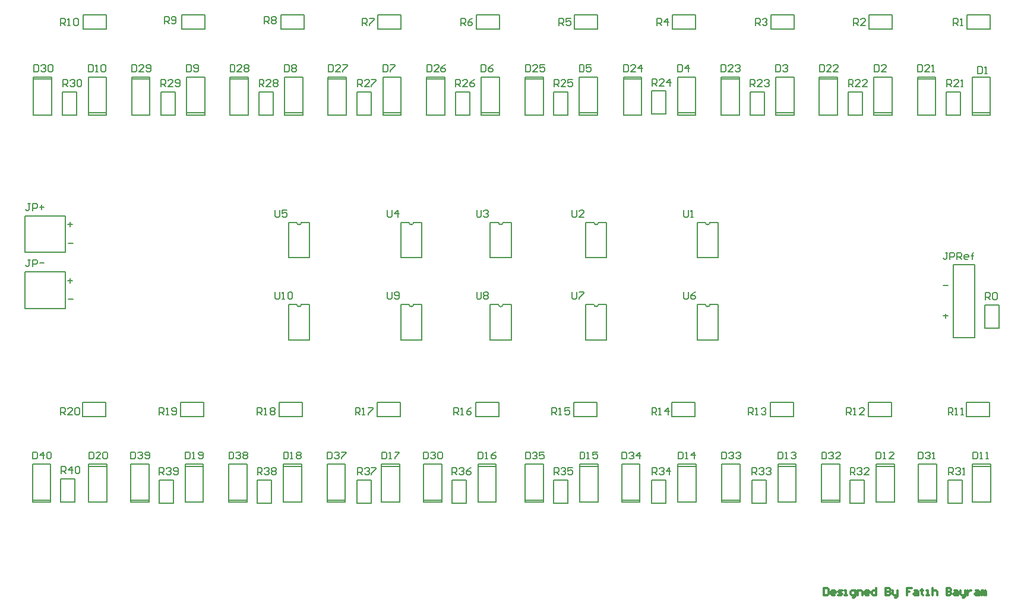
<source format=gto>
G04*
G04 #@! TF.GenerationSoftware,Altium Limited,Altium Designer,20.0.1 (14)*
G04*
G04 Layer_Color=65535*
%FSLAX44Y44*%
%MOMM*%
G71*
G01*
G75*
%ADD10C,0.2000*%
%ADD11C,0.3000*%
%ADD12C,0.1500*%
D10*
X973825Y889050D02*
G03*
X980175Y889050I3175J0D01*
G01*
X814825D02*
G03*
X821175Y889050I3175J0D01*
G01*
X678825D02*
G03*
X685175Y889050I3175J0D01*
G01*
X551325D02*
G03*
X557675Y889050I3175J0D01*
G01*
X391325D02*
G03*
X397675Y889050I3175J0D01*
G01*
X973825Y772050D02*
G03*
X980175Y772050I3175J0D01*
G01*
X678825D02*
G03*
X685175Y772050I3175J0D01*
G01*
X814825D02*
G03*
X821175Y772050I3175J0D01*
G01*
X551325D02*
G03*
X557675Y772050I3175J0D01*
G01*
X391325D02*
G03*
X397675Y772050I3175J0D01*
G01*
X4000Y846500D02*
Y898500D01*
Y846500D02*
X61000D01*
X4000Y898500D02*
X61000D01*
Y846500D02*
Y898500D01*
Y766300D02*
Y818300D01*
X4000D02*
X61000D01*
X4000Y766300D02*
X61000D01*
X4000D02*
Y818300D01*
X1327260Y724600D02*
Y828600D01*
Y724600D02*
X1357740D01*
X1327260Y828600D02*
X1357740D01*
Y724600D02*
Y828600D01*
X1380000Y1164840D02*
Y1185160D01*
X1346980Y1164840D02*
X1380000D01*
X1346980D02*
Y1185160D01*
X1380000D01*
X1372340Y738490D02*
Y771510D01*
Y738490D02*
X1392660D01*
Y771510D01*
X1372340D02*
X1392660D01*
X1240000Y1164840D02*
Y1185160D01*
X1206980Y1164840D02*
X1240000D01*
X1206980D02*
Y1185160D01*
X1240000D01*
X1066980D02*
X1100000D01*
X1066980Y1164840D02*
Y1185160D01*
Y1164840D02*
X1100000D01*
Y1185160D01*
X960000Y1164840D02*
Y1185160D01*
X926980Y1164840D02*
X960000D01*
X926980D02*
Y1185160D01*
X960000D01*
X1317340Y1042500D02*
Y1075520D01*
Y1042500D02*
X1337660D01*
Y1075520D01*
X1317340D02*
X1337660D01*
X1177340D02*
X1197660D01*
Y1042500D02*
Y1075520D01*
X1177340Y1042500D02*
X1197660D01*
X1177340D02*
Y1075520D01*
X1037340Y1042500D02*
Y1075520D01*
Y1042500D02*
X1057660D01*
Y1075520D01*
X1037340D02*
X1057660D01*
X897340Y1076510D02*
X917660D01*
Y1043490D02*
Y1076510D01*
X897340Y1043490D02*
X917660D01*
X897340D02*
Y1076510D01*
X786980Y1185160D02*
X820000D01*
X786980Y1164840D02*
Y1185160D01*
Y1164840D02*
X820000D01*
Y1185160D01*
X680000Y1164840D02*
Y1185160D01*
X646980Y1164840D02*
X680000D01*
X646980D02*
Y1185160D01*
X680000D01*
X506980D02*
X540000D01*
X506980Y1164840D02*
Y1185160D01*
Y1164840D02*
X540000D01*
Y1185160D01*
X401510Y1164840D02*
Y1185160D01*
X368490Y1164840D02*
X401510D01*
X368490D02*
Y1185160D01*
X401510D01*
X757340Y1042500D02*
Y1075520D01*
Y1042500D02*
X777660D01*
Y1075520D01*
X757340D02*
X777660D01*
X617340D02*
X637660D01*
Y1042500D02*
Y1075520D01*
X617340Y1042500D02*
X637660D01*
X617340D02*
Y1075520D01*
X477340Y1042500D02*
Y1075520D01*
Y1042500D02*
X497660D01*
Y1075520D01*
X477340D02*
X497660D01*
X337340D02*
X357660D01*
Y1042500D02*
Y1075520D01*
X337340Y1042500D02*
X357660D01*
X337340D02*
Y1075520D01*
X226980Y1185160D02*
X260000D01*
X226980Y1164840D02*
Y1185160D01*
Y1164840D02*
X260000D01*
Y1185160D01*
X120000Y1164840D02*
Y1185160D01*
X86980Y1164840D02*
X120000D01*
X86980D02*
Y1185160D01*
X120000D01*
X1345990Y632660D02*
X1379010D01*
X1345990Y612340D02*
Y632660D01*
Y612340D02*
X1379010D01*
Y632660D01*
X1239010Y612340D02*
Y632660D01*
X1205990Y612340D02*
X1239010D01*
X1205990D02*
Y632660D01*
X1239010D01*
X197340Y1042500D02*
Y1075520D01*
Y1042500D02*
X217660D01*
Y1075520D01*
X197340D02*
X217660D01*
X57340D02*
X77660D01*
Y1042500D02*
Y1075520D01*
X57340Y1042500D02*
X77660D01*
X57340D02*
Y1075520D01*
X1340160Y488490D02*
Y521510D01*
X1319840D02*
X1340160D01*
X1319840Y488490D02*
Y521510D01*
Y488490D02*
X1340160D01*
X1179840D02*
X1200160D01*
X1179840D02*
Y521510D01*
X1200160D01*
Y488490D02*
Y521510D01*
X785990Y632660D02*
X819010D01*
X785990Y612340D02*
Y632660D01*
Y612340D02*
X819010D01*
Y632660D01*
X679010Y612340D02*
Y632660D01*
X645990Y612340D02*
X679010D01*
X645990D02*
Y632660D01*
X679010D01*
X1065990D02*
X1099010D01*
X1065990Y612340D02*
Y632660D01*
Y612340D02*
X1099010D01*
Y632660D01*
X959010Y612340D02*
Y632660D01*
X925990Y612340D02*
X959010D01*
X925990D02*
Y632660D01*
X959010D01*
X777660Y488490D02*
Y521510D01*
X757340D02*
X777660D01*
X757340Y488490D02*
Y521510D01*
Y488490D02*
X777660D01*
X612340D02*
X632660D01*
X612340D02*
Y521510D01*
X632660D01*
Y488490D02*
Y521510D01*
X1060160Y488490D02*
Y521510D01*
X1039840D02*
X1060160D01*
X1039840Y488490D02*
Y521510D01*
Y488490D02*
X1060160D01*
X897340D02*
X917660D01*
X897340D02*
Y521510D01*
X917660D01*
Y488490D02*
Y521510D01*
X505990Y632660D02*
X539010D01*
X505990Y612340D02*
Y632660D01*
Y612340D02*
X539010D01*
Y632660D01*
X399010Y612340D02*
Y632660D01*
X365990Y612340D02*
X399010D01*
X365990D02*
Y632660D01*
X399010D01*
X225990D02*
X259010D01*
X225990Y612340D02*
Y632660D01*
Y612340D02*
X259010D01*
Y632660D01*
X119010Y612340D02*
Y632660D01*
X85990Y612340D02*
X119010D01*
X85990D02*
Y632660D01*
X119010D01*
X497660Y488490D02*
Y521510D01*
X477340D02*
X497660D01*
X477340Y488490D02*
Y521510D01*
Y488490D02*
X497660D01*
X334840D02*
X355160D01*
X334840D02*
Y521510D01*
X355160D01*
Y488490D02*
Y521510D01*
X215160Y488490D02*
Y521510D01*
X194840D02*
X215160D01*
X194840Y488490D02*
Y521510D01*
Y488490D02*
X215160D01*
X54840Y489990D02*
X75160D01*
X54840D02*
Y523010D01*
X75160D01*
Y489990D02*
Y523010D01*
X1276001Y1042500D02*
Y1092500D01*
X1302001D02*
Y1096500D01*
X1276001D02*
X1302001D01*
X1276001Y1092500D02*
Y1096500D01*
Y1042500D02*
X1302001D01*
Y1092500D01*
X1276001Y1093500D02*
X1302001D01*
X1136001D02*
X1162001D01*
Y1042500D02*
Y1092500D01*
X1136001Y1042500D02*
X1162001D01*
X1136001Y1092500D02*
Y1096500D01*
X1162001D01*
Y1092500D02*
Y1096500D01*
X1136001Y1042500D02*
Y1092500D01*
X996001Y1042500D02*
Y1092500D01*
X1022001D02*
Y1096500D01*
X996001D02*
X1022001D01*
X996001Y1092500D02*
Y1096500D01*
Y1042500D02*
X1022001D01*
Y1092500D01*
X996001Y1093500D02*
X1022001D01*
X857000D02*
X883000D01*
Y1042500D02*
Y1092500D01*
X857000Y1042500D02*
X883000D01*
X857000Y1092500D02*
Y1096500D01*
X883000D01*
Y1092500D02*
Y1096500D01*
X857000Y1042500D02*
Y1092500D01*
X717000Y1042500D02*
Y1092500D01*
X743000D02*
Y1096500D01*
X717000D02*
X743000D01*
X717000Y1092500D02*
Y1096500D01*
Y1042500D02*
X743000D01*
Y1092500D01*
X717000Y1093500D02*
X743000D01*
X576250D02*
X602250D01*
Y1042500D02*
Y1092500D01*
X576250Y1042500D02*
X602250D01*
X576250Y1092500D02*
Y1096500D01*
X602250D01*
Y1092500D02*
Y1096500D01*
X576250Y1042500D02*
Y1092500D01*
X436001Y1042500D02*
Y1092500D01*
X462001D02*
Y1096500D01*
X436001D02*
X462001D01*
X436001Y1092500D02*
Y1096500D01*
Y1042500D02*
X462001D01*
Y1092500D01*
X436001Y1093500D02*
X462001D01*
X296001D02*
X322001D01*
Y1042500D02*
Y1092500D01*
X296001Y1042500D02*
X322001D01*
X296001Y1092500D02*
Y1096500D01*
X322001D01*
Y1092500D02*
Y1096500D01*
X296001Y1042500D02*
Y1092500D01*
X156001Y1042500D02*
Y1092500D01*
X182001D02*
Y1096500D01*
X156001D02*
X182001D01*
X156001Y1092500D02*
Y1096500D01*
Y1042500D02*
X182001D01*
Y1092500D01*
X156001Y1093500D02*
X182001D01*
X16001D02*
X42001D01*
Y1042500D02*
Y1092500D01*
X16001Y1042500D02*
X42001D01*
X16001Y1092500D02*
Y1096500D01*
X42001D01*
Y1092500D02*
Y1096500D01*
X16001Y1042500D02*
Y1092500D01*
X1303000Y494000D02*
Y544000D01*
X1277000Y490000D02*
Y494000D01*
Y490000D02*
X1303000D01*
Y494000D01*
X1277000Y544000D02*
X1303000D01*
X1277000Y494000D02*
Y544000D01*
Y493000D02*
X1303000D01*
X1139500D02*
X1165500D01*
X1139500Y494000D02*
Y544000D01*
X1165500D01*
Y490000D02*
Y494000D01*
X1139500Y490000D02*
X1165500D01*
X1139500D02*
Y494000D01*
X1165500D02*
Y544000D01*
X743000Y493990D02*
Y543990D01*
X717000Y489990D02*
Y493990D01*
Y489990D02*
X743000D01*
Y493990D01*
X717000Y543990D02*
X743000D01*
X717000Y493990D02*
Y543990D01*
Y492990D02*
X743000D01*
X572000D02*
X598000D01*
X572000Y493990D02*
Y543990D01*
X598000D01*
Y489990D02*
Y493990D01*
X572000Y489990D02*
X598000D01*
X572000D02*
Y493990D01*
X598000D02*
Y543990D01*
X1023000Y494000D02*
Y544000D01*
X997000Y490000D02*
Y494000D01*
Y490000D02*
X1023000D01*
Y494000D01*
X997000Y544000D02*
X1023000D01*
X997000Y494000D02*
Y544000D01*
Y493000D02*
X1023000D01*
X854500Y492990D02*
X880500D01*
X854500Y493990D02*
Y543990D01*
X880500D01*
Y489990D02*
Y493990D01*
X854500Y489990D02*
X880500D01*
X854500D02*
Y493990D01*
X880500D02*
Y543990D01*
X460500Y493990D02*
Y543990D01*
X434500Y489990D02*
Y493990D01*
Y489990D02*
X460500D01*
Y493990D01*
X434500Y543990D02*
X460500D01*
X434500Y493990D02*
Y543990D01*
Y492990D02*
X460500D01*
X294500D02*
X320500D01*
X294500Y493990D02*
Y543990D01*
X320500D01*
Y489990D02*
Y493990D01*
X294500Y489990D02*
X320500D01*
X294500D02*
Y493990D01*
X320500D02*
Y543990D01*
X180500Y493990D02*
Y543990D01*
X154500Y489990D02*
Y493990D01*
Y489990D02*
X180500D01*
Y493990D01*
X154500Y543990D02*
X180500D01*
X154500Y493990D02*
Y543990D01*
Y492990D02*
X180500D01*
X14500Y493000D02*
X40500D01*
X14500Y494000D02*
Y544000D01*
X40500D01*
Y490000D02*
Y494000D01*
X14500Y490000D02*
X40500D01*
X14500D02*
Y494000D01*
X40500D02*
Y544000D01*
X1379998Y1046500D02*
Y1096500D01*
X1353999Y1042500D02*
Y1046500D01*
Y1042500D02*
X1379998D01*
Y1046500D01*
X1353999Y1096500D02*
X1379998D01*
X1353999Y1046500D02*
Y1096500D01*
Y1045500D02*
X1379998D01*
X1213998D02*
X1239998D01*
X1213998Y1046500D02*
Y1096500D01*
X1239998D01*
Y1042500D02*
Y1046500D01*
X1213998Y1042500D02*
X1239998D01*
X1213998D02*
Y1046500D01*
X1239998D02*
Y1096500D01*
X1099998Y1046500D02*
Y1096500D01*
X1073998Y1042500D02*
Y1046500D01*
Y1042500D02*
X1099998D01*
Y1046500D01*
X1073998Y1096500D02*
X1099998D01*
X1073998Y1046500D02*
Y1096500D01*
Y1045500D02*
X1099998D01*
X933998D02*
X959998D01*
X933998Y1046500D02*
Y1096500D01*
X959998D01*
Y1042500D02*
Y1046500D01*
X933998Y1042500D02*
X959998D01*
X933998D02*
Y1046500D01*
X959998D02*
Y1096500D01*
X819998Y1046500D02*
Y1096500D01*
X793998Y1042500D02*
Y1046500D01*
Y1042500D02*
X819998D01*
Y1046500D01*
X793998Y1096500D02*
X819998D01*
X793998Y1046500D02*
Y1096500D01*
Y1045500D02*
X819998D01*
X653998D02*
X679998D01*
X653998Y1046500D02*
Y1096500D01*
X679998D01*
Y1042500D02*
Y1046500D01*
X653998Y1042500D02*
X679998D01*
X653998D02*
Y1046500D01*
X679998D02*
Y1096500D01*
X539999Y1046500D02*
Y1096500D01*
X513998Y1042500D02*
Y1046500D01*
Y1042500D02*
X539999D01*
Y1046500D01*
X513998Y1096500D02*
X539999D01*
X513998Y1046500D02*
Y1096500D01*
Y1045500D02*
X539999D01*
X373998D02*
X399999D01*
X373998Y1046500D02*
Y1096500D01*
X399999D01*
Y1042500D02*
Y1046500D01*
X373998Y1042500D02*
X399999D01*
X373998D02*
Y1046500D01*
X399999D02*
Y1096500D01*
X259998Y1046500D02*
Y1096500D01*
X233999Y1042500D02*
Y1046500D01*
Y1042500D02*
X259998D01*
Y1046500D01*
X233999Y1096500D02*
X259998D01*
X233999Y1046500D02*
Y1096500D01*
Y1045500D02*
X259998D01*
X93998D02*
X119999D01*
X93998Y1046500D02*
Y1096500D01*
X119999D01*
Y1042500D02*
Y1046500D01*
X93998Y1042500D02*
X119999D01*
X93998D02*
Y1046500D01*
X119999D02*
Y1096500D01*
X1354500Y490000D02*
Y540000D01*
X1380500D02*
Y544000D01*
X1354500D02*
X1380500D01*
X1354500Y540000D02*
Y544000D01*
Y490000D02*
X1380500D01*
Y540000D01*
X1354500Y541000D02*
X1380500D01*
X1217000D02*
X1243000D01*
Y490000D02*
Y540000D01*
X1217000Y490000D02*
X1243000D01*
X1217000Y540000D02*
Y544000D01*
X1243000D01*
Y540000D02*
Y544000D01*
X1217000Y490000D02*
Y540000D01*
X794500Y489990D02*
Y539990D01*
X820500D02*
Y543990D01*
X794500D02*
X820500D01*
X794500Y539990D02*
Y543990D01*
Y489990D02*
X820500D01*
Y539990D01*
X794500Y540990D02*
X820500D01*
X649500D02*
X675500D01*
Y489990D02*
Y539990D01*
X649500Y489990D02*
X675500D01*
X649500Y539990D02*
Y543990D01*
X675500D01*
Y539990D02*
Y543990D01*
X649500Y489990D02*
Y539990D01*
X1077000Y490000D02*
Y540000D01*
X1103000D02*
Y544000D01*
X1077000D02*
X1103000D01*
X1077000Y540000D02*
Y544000D01*
Y490000D02*
X1103000D01*
Y540000D01*
X1077000Y541000D02*
X1103000D01*
X934500D02*
X960500D01*
Y490000D02*
Y540000D01*
X934500Y490000D02*
X960500D01*
X934500Y540000D02*
Y544000D01*
X960500D01*
Y540000D02*
Y544000D01*
X934500Y490000D02*
Y540000D01*
X512000Y489990D02*
Y539990D01*
X538000D02*
Y543990D01*
X512000D02*
X538000D01*
X512000Y539990D02*
Y543990D01*
Y489990D02*
X538000D01*
Y539990D01*
X512000Y540990D02*
X538000D01*
X372000D02*
X398000D01*
Y489990D02*
Y539990D01*
X372000Y489990D02*
X398000D01*
X372000Y539990D02*
Y543990D01*
X398000D01*
Y539990D02*
Y543990D01*
X372000Y489990D02*
Y539990D01*
X232000Y489990D02*
Y539990D01*
X258000D02*
Y543990D01*
X232000D02*
X258000D01*
X232000Y539990D02*
Y543990D01*
Y489990D02*
X258000D01*
Y539990D01*
X232000Y540990D02*
X258000D01*
X94500D02*
X120500D01*
Y489990D02*
Y539990D01*
X94500Y489990D02*
X120500D01*
X94500Y539990D02*
Y543990D01*
X120500D01*
Y539990D02*
Y543990D01*
X94500Y489990D02*
Y539990D01*
X962000Y838650D02*
Y889050D01*
Y838650D02*
X992000D01*
Y889050D01*
X980175D02*
X992000D01*
X962000D02*
X973825D01*
X803000D02*
X814825D01*
X821175D02*
X833000D01*
Y838650D02*
Y889050D01*
X803000Y838650D02*
X833000D01*
X803000D02*
Y889050D01*
X667000Y838650D02*
Y889050D01*
Y838650D02*
X697000D01*
Y889050D01*
X685175D02*
X697000D01*
X667000D02*
X678825D01*
X539500D02*
X551325D01*
X557675D02*
X569500D01*
Y838650D02*
Y889050D01*
X539500Y838650D02*
X569500D01*
X539500D02*
Y889050D01*
X379500Y838650D02*
Y889050D01*
Y838650D02*
X409500D01*
Y889050D01*
X397675D02*
X409500D01*
X379500D02*
X391325D01*
X962000Y772050D02*
X973825D01*
X980175D02*
X992000D01*
Y721650D02*
Y772050D01*
X962000Y721650D02*
X992000D01*
X962000D02*
Y772050D01*
X667000Y721650D02*
Y772050D01*
Y721650D02*
X697000D01*
Y772050D01*
X685175D02*
X697000D01*
X667000D02*
X678825D01*
X803000D02*
X814825D01*
X821175D02*
X833000D01*
Y721650D02*
Y772050D01*
X803000Y721650D02*
X833000D01*
X803000D02*
Y772050D01*
X539500Y721650D02*
Y772050D01*
Y721650D02*
X569500D01*
Y772050D01*
X557675D02*
X569500D01*
X539500D02*
X551325D01*
X379500D02*
X391325D01*
X397675D02*
X409500D01*
Y721650D02*
Y772050D01*
X379500Y721650D02*
X409500D01*
X379500D02*
Y772050D01*
X65000Y886498D02*
X71665D01*
X68332Y889831D02*
Y883166D01*
X66000Y859498D02*
X72664D01*
X66000Y779298D02*
X72664D01*
X65000Y806298D02*
X71665D01*
X68332Y809631D02*
Y802966D01*
X1319500Y799602D02*
X1312836D01*
X1319500Y755602D02*
X1312836D01*
X1316168Y752269D02*
Y758934D01*
D11*
X1142500Y367497D02*
Y357500D01*
X1147498D01*
X1149165Y359166D01*
Y365831D01*
X1147498Y367497D01*
X1142500D01*
X1157495Y357500D02*
X1154163D01*
X1152497Y359166D01*
Y362498D01*
X1154163Y364165D01*
X1157495D01*
X1159161Y362498D01*
Y360832D01*
X1152497D01*
X1162494Y357500D02*
X1167492D01*
X1169158Y359166D01*
X1167492Y360832D01*
X1164160D01*
X1162494Y362498D01*
X1164160Y364165D01*
X1169158D01*
X1172490Y357500D02*
X1175823D01*
X1174156D01*
Y364165D01*
X1172490D01*
X1184153Y354168D02*
X1185819D01*
X1187486Y355834D01*
Y364165D01*
X1182487D01*
X1180821Y362498D01*
Y359166D01*
X1182487Y357500D01*
X1187486D01*
X1190818D02*
Y364165D01*
X1195816D01*
X1197482Y362498D01*
Y357500D01*
X1205813D02*
X1202481D01*
X1200815Y359166D01*
Y362498D01*
X1202481Y364165D01*
X1205813D01*
X1207479Y362498D01*
Y360832D01*
X1200815D01*
X1217476Y367497D02*
Y357500D01*
X1212477D01*
X1210811Y359166D01*
Y362498D01*
X1212477Y364165D01*
X1217476D01*
X1230805Y367497D02*
Y357500D01*
X1235803D01*
X1237469Y359166D01*
Y360832D01*
X1235803Y362498D01*
X1230805D01*
X1235803D01*
X1237469Y364165D01*
Y365831D01*
X1235803Y367497D01*
X1230805D01*
X1240802Y364165D02*
Y359166D01*
X1242468Y357500D01*
X1247466D01*
Y355834D01*
X1245800Y354168D01*
X1244134D01*
X1247466Y357500D02*
Y364165D01*
X1267460Y367497D02*
X1260795D01*
Y362498D01*
X1264128D01*
X1260795D01*
Y357500D01*
X1272458Y364165D02*
X1275790D01*
X1277457Y362498D01*
Y357500D01*
X1272458D01*
X1270792Y359166D01*
X1272458Y360832D01*
X1277457D01*
X1282455Y365831D02*
Y364165D01*
X1280789D01*
X1284121D01*
X1282455D01*
Y359166D01*
X1284121Y357500D01*
X1289119D02*
X1292452D01*
X1290786D01*
Y364165D01*
X1289119D01*
X1297450Y367497D02*
Y357500D01*
Y362498D01*
X1299116Y364165D01*
X1302448D01*
X1304115Y362498D01*
Y357500D01*
X1317444Y367497D02*
Y357500D01*
X1322442D01*
X1324108Y359166D01*
Y360832D01*
X1322442Y362498D01*
X1317444D01*
X1322442D01*
X1324108Y364165D01*
Y365831D01*
X1322442Y367497D01*
X1317444D01*
X1329106Y364165D02*
X1332439D01*
X1334105Y362498D01*
Y357500D01*
X1329106D01*
X1327440Y359166D01*
X1329106Y360832D01*
X1334105D01*
X1337437Y364165D02*
Y359166D01*
X1339103Y357500D01*
X1344102D01*
Y355834D01*
X1342436Y354168D01*
X1340769D01*
X1344102Y357500D02*
Y364165D01*
X1347434D02*
Y357500D01*
Y360832D01*
X1349100Y362498D01*
X1350766Y364165D01*
X1352432D01*
X1359097D02*
X1362429D01*
X1364095Y362498D01*
Y357500D01*
X1359097D01*
X1357431Y359166D01*
X1359097Y360832D01*
X1364095D01*
X1367428Y357500D02*
Y364165D01*
X1369094D01*
X1370760Y362498D01*
Y357500D01*
Y362498D01*
X1372426Y364165D01*
X1374092Y362498D01*
Y357500D01*
D12*
X360168Y789519D02*
Y781188D01*
X361834Y779522D01*
X365166D01*
X366833Y781188D01*
Y789519D01*
X370165Y779522D02*
X373497D01*
X371831D01*
Y789519D01*
X370165Y787853D01*
X378495D02*
X380162Y789519D01*
X383494D01*
X385160Y787853D01*
Y781188D01*
X383494Y779522D01*
X380162D01*
X378495Y781188D01*
Y787853D01*
X520188Y789519D02*
Y781188D01*
X521854Y779522D01*
X525186D01*
X526852Y781188D01*
Y789519D01*
X530185Y781188D02*
X531851Y779522D01*
X535183D01*
X536849Y781188D01*
Y787853D01*
X535183Y789519D01*
X531851D01*
X530185Y787853D01*
Y786187D01*
X531851Y784520D01*
X536849D01*
X783840Y789519D02*
Y781188D01*
X785506Y779522D01*
X788838D01*
X790505Y781188D01*
Y789519D01*
X793837D02*
X800501D01*
Y787853D01*
X793837Y781188D01*
Y779522D01*
X647696Y789519D02*
Y781188D01*
X649362Y779522D01*
X652694D01*
X654361Y781188D01*
Y789519D01*
X657693Y787853D02*
X659359Y789519D01*
X662691D01*
X664357Y787853D01*
Y786187D01*
X662691Y784520D01*
X664357Y782854D01*
Y781188D01*
X662691Y779522D01*
X659359D01*
X657693Y781188D01*
Y782854D01*
X659359Y784520D01*
X657693Y786187D01*
Y787853D01*
X659359Y784520D02*
X662691D01*
X942844Y789519D02*
Y781188D01*
X944510Y779522D01*
X947842D01*
X949509Y781188D01*
Y789519D01*
X959505D02*
X956173Y787853D01*
X952841Y784520D01*
Y781188D01*
X954507Y779522D01*
X957839D01*
X959505Y781188D01*
Y782854D01*
X957839Y784520D01*
X952841D01*
X360168Y906613D02*
Y898282D01*
X361834Y896616D01*
X365166D01*
X366833Y898282D01*
Y906613D01*
X376829D02*
X370165D01*
Y901614D01*
X373497Y903280D01*
X375163D01*
X376829Y901614D01*
Y898282D01*
X375163Y896616D01*
X371831D01*
X370165Y898282D01*
X520188Y906613D02*
Y898282D01*
X521854Y896616D01*
X525186D01*
X526852Y898282D01*
Y906613D01*
X535183Y896616D02*
Y906613D01*
X530185Y901614D01*
X536849D01*
X647696Y906613D02*
Y898282D01*
X649362Y896616D01*
X652694D01*
X654361Y898282D01*
Y906613D01*
X657693Y904947D02*
X659359Y906613D01*
X662691D01*
X664357Y904947D01*
Y903280D01*
X662691Y901614D01*
X661025D01*
X662691D01*
X664357Y899948D01*
Y898282D01*
X662691Y896616D01*
X659359D01*
X657693Y898282D01*
X783840Y906613D02*
Y898282D01*
X785506Y896616D01*
X788838D01*
X790505Y898282D01*
Y906613D01*
X800501Y896616D02*
X793837D01*
X800501Y903280D01*
Y904947D01*
X798835Y906613D01*
X795503D01*
X793837Y904947D01*
X942844Y906613D02*
Y898282D01*
X944510Y896616D01*
X947842D01*
X949509Y898282D01*
Y906613D01*
X952841Y896616D02*
X956173D01*
X954507D01*
Y906613D01*
X952841Y904947D01*
X55368Y530602D02*
Y540599D01*
X60366D01*
X62032Y538933D01*
Y535600D01*
X60366Y533934D01*
X55368D01*
X58700D02*
X62032Y530602D01*
X70363D02*
Y540599D01*
X65365Y535600D01*
X72029D01*
X75362Y538933D02*
X77028Y540599D01*
X80360D01*
X82026Y538933D01*
Y532268D01*
X80360Y530602D01*
X77028D01*
X75362Y532268D01*
Y538933D01*
X195322Y529078D02*
Y539075D01*
X200320D01*
X201987Y537409D01*
Y534076D01*
X200320Y532410D01*
X195322D01*
X198654D02*
X201987Y529078D01*
X205319Y537409D02*
X206985Y539075D01*
X210317D01*
X211983Y537409D01*
Y535742D01*
X210317Y534076D01*
X208651D01*
X210317D01*
X211983Y532410D01*
Y530744D01*
X210317Y529078D01*
X206985D01*
X205319Y530744D01*
X215316D02*
X216982Y529078D01*
X220314D01*
X221980Y530744D01*
Y537409D01*
X220314Y539075D01*
X216982D01*
X215316Y537409D01*
Y535742D01*
X216982Y534076D01*
X221980D01*
X335276Y529078D02*
Y539075D01*
X340274D01*
X341940Y537409D01*
Y534076D01*
X340274Y532410D01*
X335276D01*
X338608D02*
X341940Y529078D01*
X345273Y537409D02*
X346939Y539075D01*
X350271D01*
X351937Y537409D01*
Y535742D01*
X350271Y534076D01*
X348605D01*
X350271D01*
X351937Y532410D01*
Y530744D01*
X350271Y529078D01*
X346939D01*
X345273Y530744D01*
X355270Y537409D02*
X356936Y539075D01*
X360268D01*
X361934Y537409D01*
Y535742D01*
X360268Y534076D01*
X361934Y532410D01*
Y530744D01*
X360268Y529078D01*
X356936D01*
X355270Y530744D01*
Y532410D01*
X356936Y534076D01*
X355270Y535742D01*
Y537409D01*
X356936Y534076D02*
X360268D01*
X477770Y529078D02*
Y539075D01*
X482768D01*
X484435Y537409D01*
Y534076D01*
X482768Y532410D01*
X477770D01*
X481102D02*
X484435Y529078D01*
X487767Y537409D02*
X489433Y539075D01*
X492765D01*
X494431Y537409D01*
Y535742D01*
X492765Y534076D01*
X491099D01*
X492765D01*
X494431Y532410D01*
Y530744D01*
X492765Y529078D01*
X489433D01*
X487767Y530744D01*
X497764Y539075D02*
X504428D01*
Y537409D01*
X497764Y530744D01*
Y529078D01*
X55000Y615000D02*
Y624997D01*
X59998D01*
X61665Y623331D01*
Y619998D01*
X59998Y618332D01*
X55000D01*
X58332D02*
X61665Y615000D01*
X71661D02*
X64997D01*
X71661Y621665D01*
Y623331D01*
X69995Y624997D01*
X66663D01*
X64997Y623331D01*
X74994D02*
X76660Y624997D01*
X79992D01*
X81658Y623331D01*
Y616666D01*
X79992Y615000D01*
X76660D01*
X74994Y616666D01*
Y623331D01*
X195000Y615000D02*
Y624997D01*
X199998D01*
X201665Y623331D01*
Y619998D01*
X199998Y618332D01*
X195000D01*
X198332D02*
X201665Y615000D01*
X204997D02*
X208329D01*
X206663D01*
Y624997D01*
X204997Y623331D01*
X213327Y616666D02*
X214994Y615000D01*
X218326D01*
X219992Y616666D01*
Y623331D01*
X218326Y624997D01*
X214994D01*
X213327Y623331D01*
Y621665D01*
X214994Y619998D01*
X219992D01*
X335000Y615000D02*
Y624997D01*
X339998D01*
X341665Y623331D01*
Y619998D01*
X339998Y618332D01*
X335000D01*
X338332D02*
X341665Y615000D01*
X344997D02*
X348329D01*
X346663D01*
Y624997D01*
X344997Y623331D01*
X353327D02*
X354994Y624997D01*
X358326D01*
X359992Y623331D01*
Y621665D01*
X358326Y619998D01*
X359992Y618332D01*
Y616666D01*
X358326Y615000D01*
X354994D01*
X353327Y616666D01*
Y618332D01*
X354994Y619998D01*
X353327Y621665D01*
Y623331D01*
X354994Y619998D02*
X358326D01*
X475000Y615000D02*
Y624997D01*
X479998D01*
X481665Y623331D01*
Y619998D01*
X479998Y618332D01*
X475000D01*
X478332D02*
X481665Y615000D01*
X484997D02*
X488329D01*
X486663D01*
Y624997D01*
X484997Y623331D01*
X493327Y624997D02*
X499992D01*
Y623331D01*
X493327Y616666D01*
Y615000D01*
X897846Y529038D02*
Y539035D01*
X902844D01*
X904510Y537369D01*
Y534036D01*
X902844Y532370D01*
X897846D01*
X901178D02*
X904510Y529038D01*
X907843Y537369D02*
X909509Y539035D01*
X912841D01*
X914507Y537369D01*
Y535703D01*
X912841Y534036D01*
X911175D01*
X912841D01*
X914507Y532370D01*
Y530704D01*
X912841Y529038D01*
X909509D01*
X907843Y530704D01*
X922838Y529038D02*
Y539035D01*
X917840Y534036D01*
X924504D01*
X1040380Y529078D02*
Y539075D01*
X1045378D01*
X1047045Y537409D01*
Y534076D01*
X1045378Y532410D01*
X1040380D01*
X1043712D02*
X1047045Y529078D01*
X1050377Y537409D02*
X1052043Y539075D01*
X1055375D01*
X1057041Y537409D01*
Y535742D01*
X1055375Y534076D01*
X1053709D01*
X1055375D01*
X1057041Y532410D01*
Y530744D01*
X1055375Y529078D01*
X1052043D01*
X1050377Y530744D01*
X1060374Y537409D02*
X1062040Y539075D01*
X1065372D01*
X1067038Y537409D01*
Y535742D01*
X1065372Y534076D01*
X1063706D01*
X1065372D01*
X1067038Y532410D01*
Y530744D01*
X1065372Y529078D01*
X1062040D01*
X1060374Y530744D01*
X612898Y529078D02*
Y539075D01*
X617896D01*
X619562Y537409D01*
Y534076D01*
X617896Y532410D01*
X612898D01*
X616230D02*
X619562Y529078D01*
X622895Y537409D02*
X624561Y539075D01*
X627893D01*
X629559Y537409D01*
Y535742D01*
X627893Y534076D01*
X626227D01*
X627893D01*
X629559Y532410D01*
Y530744D01*
X627893Y529078D01*
X624561D01*
X622895Y530744D01*
X639556Y539075D02*
X636224Y537409D01*
X632892Y534076D01*
Y530744D01*
X634558Y529078D01*
X637890D01*
X639556Y530744D01*
Y532410D01*
X637890Y534076D01*
X632892D01*
X757932Y529038D02*
Y539035D01*
X762930D01*
X764596Y537369D01*
Y534036D01*
X762930Y532370D01*
X757932D01*
X761264D02*
X764596Y529038D01*
X767929Y537369D02*
X769595Y539035D01*
X772927D01*
X774593Y537369D01*
Y535703D01*
X772927Y534036D01*
X771261D01*
X772927D01*
X774593Y532370D01*
Y530704D01*
X772927Y529038D01*
X769595D01*
X767929Y530704D01*
X784590Y539035D02*
X777926D01*
Y534036D01*
X781258Y535703D01*
X782924D01*
X784590Y534036D01*
Y530704D01*
X782924Y529038D01*
X779592D01*
X777926Y530704D01*
X897500Y615000D02*
Y624997D01*
X902498D01*
X904165Y623331D01*
Y619998D01*
X902498Y618332D01*
X897500D01*
X900832D02*
X904165Y615000D01*
X907497D02*
X910829D01*
X909163D01*
Y624997D01*
X907497Y623331D01*
X920826Y615000D02*
Y624997D01*
X915827Y619998D01*
X922492D01*
X1035000Y615000D02*
Y624997D01*
X1039998D01*
X1041665Y623331D01*
Y619998D01*
X1039998Y618332D01*
X1035000D01*
X1038332D02*
X1041665Y615000D01*
X1044997D02*
X1048329D01*
X1046663D01*
Y624997D01*
X1044997Y623331D01*
X1053327D02*
X1054994Y624997D01*
X1058326D01*
X1059992Y623331D01*
Y621665D01*
X1058326Y619998D01*
X1056660D01*
X1058326D01*
X1059992Y618332D01*
Y616666D01*
X1058326Y615000D01*
X1054994D01*
X1053327Y616666D01*
X615000Y615000D02*
Y624997D01*
X619998D01*
X621665Y623331D01*
Y619998D01*
X619998Y618332D01*
X615000D01*
X618332D02*
X621665Y615000D01*
X624997D02*
X628329D01*
X626663D01*
Y624997D01*
X624997Y623331D01*
X639992Y624997D02*
X636660Y623331D01*
X633327Y619998D01*
Y616666D01*
X634994Y615000D01*
X638326D01*
X639992Y616666D01*
Y618332D01*
X638326Y619998D01*
X633327D01*
X755000Y615000D02*
Y624997D01*
X759998D01*
X761665Y623331D01*
Y619998D01*
X759998Y618332D01*
X755000D01*
X758332D02*
X761665Y615000D01*
X764997D02*
X768329D01*
X766663D01*
Y624997D01*
X764997Y623331D01*
X779992Y624997D02*
X773327D01*
Y619998D01*
X776660Y621665D01*
X778326D01*
X779992Y619998D01*
Y616666D01*
X778326Y615000D01*
X774994D01*
X773327Y616666D01*
X1180334Y529028D02*
Y539025D01*
X1185332D01*
X1186999Y537359D01*
Y534026D01*
X1185332Y532360D01*
X1180334D01*
X1183666D02*
X1186999Y529028D01*
X1190331Y537359D02*
X1191997Y539025D01*
X1195329D01*
X1196995Y537359D01*
Y535692D01*
X1195329Y534026D01*
X1193663D01*
X1195329D01*
X1196995Y532360D01*
Y530694D01*
X1195329Y529028D01*
X1191997D01*
X1190331Y530694D01*
X1206992Y529028D02*
X1200328D01*
X1206992Y535692D01*
Y537359D01*
X1205326Y539025D01*
X1201994D01*
X1200328Y537359D01*
X1320288Y529078D02*
Y539075D01*
X1325286D01*
X1326953Y537409D01*
Y534076D01*
X1325286Y532410D01*
X1320288D01*
X1323620D02*
X1326953Y529078D01*
X1330285Y537409D02*
X1331951Y539075D01*
X1335283D01*
X1336949Y537409D01*
Y535742D01*
X1335283Y534076D01*
X1333617D01*
X1335283D01*
X1336949Y532410D01*
Y530744D01*
X1335283Y529078D01*
X1331951D01*
X1330285Y530744D01*
X1340282Y529078D02*
X1343614D01*
X1341948D01*
Y539075D01*
X1340282Y537409D01*
X57908Y1083052D02*
Y1093049D01*
X62906D01*
X64573Y1091383D01*
Y1088050D01*
X62906Y1086384D01*
X57908D01*
X61240D02*
X64573Y1083052D01*
X67905Y1091383D02*
X69571Y1093049D01*
X72903D01*
X74569Y1091383D01*
Y1089716D01*
X72903Y1088050D01*
X71237D01*
X72903D01*
X74569Y1086384D01*
Y1084718D01*
X72903Y1083052D01*
X69571D01*
X67905Y1084718D01*
X77902Y1091383D02*
X79568Y1093049D01*
X82900D01*
X84566Y1091383D01*
Y1084718D01*
X82900Y1083052D01*
X79568D01*
X77902Y1084718D01*
Y1091383D01*
X197862Y1083052D02*
Y1093049D01*
X202860D01*
X204527Y1091383D01*
Y1088050D01*
X202860Y1086384D01*
X197862D01*
X201194D02*
X204527Y1083052D01*
X214523D02*
X207859D01*
X214523Y1089716D01*
Y1091383D01*
X212857Y1093049D01*
X209525D01*
X207859Y1091383D01*
X217856Y1084718D02*
X219522Y1083052D01*
X222854D01*
X224520Y1084718D01*
Y1091383D01*
X222854Y1093049D01*
X219522D01*
X217856Y1091383D01*
Y1089716D01*
X219522Y1088050D01*
X224520D01*
X1175000Y615000D02*
Y624997D01*
X1179998D01*
X1181665Y623331D01*
Y619998D01*
X1179998Y618332D01*
X1175000D01*
X1178332D02*
X1181665Y615000D01*
X1184997D02*
X1188329D01*
X1186663D01*
Y624997D01*
X1184997Y623331D01*
X1199992Y615000D02*
X1193327D01*
X1199992Y621665D01*
Y623331D01*
X1198326Y624997D01*
X1194994D01*
X1193327Y623331D01*
X1320000Y615000D02*
Y624997D01*
X1324998D01*
X1326664Y623331D01*
Y619998D01*
X1324998Y618332D01*
X1320000D01*
X1323332D02*
X1326664Y615000D01*
X1329997D02*
X1333329D01*
X1331663D01*
Y624997D01*
X1329997Y623331D01*
X1338327Y615000D02*
X1341660D01*
X1339994D01*
Y624997D01*
X1338327Y623331D01*
X55000Y1170000D02*
Y1179997D01*
X59998D01*
X61665Y1178331D01*
Y1174998D01*
X59998Y1173332D01*
X55000D01*
X58332D02*
X61665Y1170000D01*
X64997D02*
X68329D01*
X66663D01*
Y1179997D01*
X64997Y1178331D01*
X73327D02*
X74994Y1179997D01*
X78326D01*
X79992Y1178331D01*
Y1171666D01*
X78326Y1170000D01*
X74994D01*
X73327Y1171666D01*
Y1178331D01*
X202500Y1172500D02*
Y1182497D01*
X207498D01*
X209165Y1180831D01*
Y1177498D01*
X207498Y1175832D01*
X202500D01*
X205832D02*
X209165Y1172500D01*
X212497Y1174166D02*
X214163Y1172500D01*
X217495D01*
X219161Y1174166D01*
Y1180831D01*
X217495Y1182497D01*
X214163D01*
X212497Y1180831D01*
Y1179165D01*
X214163Y1177498D01*
X219161D01*
X337816Y1083052D02*
Y1093049D01*
X342814D01*
X344481Y1091383D01*
Y1088050D01*
X342814Y1086384D01*
X337816D01*
X341148D02*
X344481Y1083052D01*
X354477D02*
X347813D01*
X354477Y1089716D01*
Y1091383D01*
X352811Y1093049D01*
X349479D01*
X347813Y1091383D01*
X357810D02*
X359476Y1093049D01*
X362808D01*
X364474Y1091383D01*
Y1089716D01*
X362808Y1088050D01*
X364474Y1086384D01*
Y1084718D01*
X362808Y1083052D01*
X359476D01*
X357810Y1084718D01*
Y1086384D01*
X359476Y1088050D01*
X357810Y1089716D01*
Y1091383D01*
X359476Y1088050D02*
X362808D01*
X477770Y1083052D02*
Y1093049D01*
X482768D01*
X484435Y1091383D01*
Y1088050D01*
X482768Y1086384D01*
X477770D01*
X481102D02*
X484435Y1083052D01*
X494431D02*
X487767D01*
X494431Y1089716D01*
Y1091383D01*
X492765Y1093049D01*
X489433D01*
X487767Y1091383D01*
X497764Y1093049D02*
X504428D01*
Y1091383D01*
X497764Y1084718D01*
Y1083052D01*
X617724D02*
Y1093049D01*
X622722D01*
X624389Y1091383D01*
Y1088050D01*
X622722Y1086384D01*
X617724D01*
X621056D02*
X624389Y1083052D01*
X634385D02*
X627721D01*
X634385Y1089716D01*
Y1091383D01*
X632719Y1093049D01*
X629387D01*
X627721Y1091383D01*
X644382Y1093049D02*
X641050Y1091383D01*
X637718Y1088050D01*
Y1084718D01*
X639384Y1083052D01*
X642716D01*
X644382Y1084718D01*
Y1086384D01*
X642716Y1088050D01*
X637718D01*
X757932Y1083052D02*
Y1093049D01*
X762930D01*
X764596Y1091383D01*
Y1088050D01*
X762930Y1086384D01*
X757932D01*
X761264D02*
X764596Y1083052D01*
X774593D02*
X767929D01*
X774593Y1089716D01*
Y1091383D01*
X772927Y1093049D01*
X769595D01*
X767929Y1091383D01*
X784590Y1093049D02*
X777926D01*
Y1088050D01*
X781258Y1089716D01*
X782924D01*
X784590Y1088050D01*
Y1084718D01*
X782924Y1083052D01*
X779592D01*
X777926Y1084718D01*
X345000Y1172500D02*
Y1182497D01*
X349998D01*
X351665Y1180831D01*
Y1177498D01*
X349998Y1175832D01*
X345000D01*
X348332D02*
X351665Y1172500D01*
X354997Y1180831D02*
X356663Y1182497D01*
X359995D01*
X361661Y1180831D01*
Y1179165D01*
X359995Y1177498D01*
X361661Y1175832D01*
Y1174166D01*
X359995Y1172500D01*
X356663D01*
X354997Y1174166D01*
Y1175832D01*
X356663Y1177498D01*
X354997Y1179165D01*
Y1180831D01*
X356663Y1177498D02*
X359995D01*
X485000Y1170000D02*
Y1179997D01*
X489998D01*
X491665Y1178331D01*
Y1174998D01*
X489998Y1173332D01*
X485000D01*
X488332D02*
X491665Y1170000D01*
X494997Y1179997D02*
X501661D01*
Y1178331D01*
X494997Y1171666D01*
Y1170000D01*
X625000D02*
Y1179997D01*
X629998D01*
X631665Y1178331D01*
Y1174998D01*
X629998Y1173332D01*
X625000D01*
X628332D02*
X631665Y1170000D01*
X641661Y1179997D02*
X638329Y1178331D01*
X634997Y1174998D01*
Y1171666D01*
X636663Y1170000D01*
X639995D01*
X641661Y1171666D01*
Y1173332D01*
X639995Y1174998D01*
X634997D01*
X765000Y1170000D02*
Y1179997D01*
X769998D01*
X771665Y1178331D01*
Y1174998D01*
X769998Y1173332D01*
X765000D01*
X768332D02*
X771665Y1170000D01*
X781661Y1179997D02*
X774997D01*
Y1174998D01*
X778329Y1176665D01*
X779995D01*
X781661Y1174998D01*
Y1171666D01*
X779995Y1170000D01*
X776663D01*
X774997Y1171666D01*
X897886Y1084068D02*
Y1094065D01*
X902884D01*
X904550Y1092399D01*
Y1089066D01*
X902884Y1087400D01*
X897886D01*
X901218D02*
X904550Y1084068D01*
X914547D02*
X907883D01*
X914547Y1090732D01*
Y1092399D01*
X912881Y1094065D01*
X909549D01*
X907883Y1092399D01*
X922878Y1084068D02*
Y1094065D01*
X917880Y1089066D01*
X924544D01*
X1037840Y1083052D02*
Y1093049D01*
X1042838D01*
X1044504Y1091383D01*
Y1088050D01*
X1042838Y1086384D01*
X1037840D01*
X1041172D02*
X1044504Y1083052D01*
X1054501D02*
X1047837D01*
X1054501Y1089716D01*
Y1091383D01*
X1052835Y1093049D01*
X1049503D01*
X1047837Y1091383D01*
X1057834D02*
X1059500Y1093049D01*
X1062832D01*
X1064498Y1091383D01*
Y1089716D01*
X1062832Y1088050D01*
X1061166D01*
X1062832D01*
X1064498Y1086384D01*
Y1084718D01*
X1062832Y1083052D01*
X1059500D01*
X1057834Y1084718D01*
X1177794Y1083052D02*
Y1093049D01*
X1182792D01*
X1184458Y1091383D01*
Y1088050D01*
X1182792Y1086384D01*
X1177794D01*
X1181126D02*
X1184458Y1083052D01*
X1194455D02*
X1187791D01*
X1194455Y1089716D01*
Y1091383D01*
X1192789Y1093049D01*
X1189457D01*
X1187791Y1091383D01*
X1204452Y1083052D02*
X1197788D01*
X1204452Y1089716D01*
Y1091383D01*
X1202786Y1093049D01*
X1199454D01*
X1197788Y1091383D01*
X1317748Y1083052D02*
Y1093049D01*
X1322746D01*
X1324413Y1091383D01*
Y1088050D01*
X1322746Y1086384D01*
X1317748D01*
X1321080D02*
X1324413Y1083052D01*
X1334409D02*
X1327745D01*
X1334409Y1089716D01*
Y1091383D01*
X1332743Y1093049D01*
X1329411D01*
X1327745Y1091383D01*
X1337742Y1083052D02*
X1341074D01*
X1339408D01*
Y1093049D01*
X1337742Y1091383D01*
X905000Y1170000D02*
Y1179997D01*
X909998D01*
X911665Y1178331D01*
Y1174998D01*
X909998Y1173332D01*
X905000D01*
X908332D02*
X911665Y1170000D01*
X919995D02*
Y1179997D01*
X914997Y1174998D01*
X921661D01*
X1045000Y1170000D02*
Y1179997D01*
X1049998D01*
X1051665Y1178331D01*
Y1174998D01*
X1049998Y1173332D01*
X1045000D01*
X1048332D02*
X1051665Y1170000D01*
X1054997Y1178331D02*
X1056663Y1179997D01*
X1059995D01*
X1061661Y1178331D01*
Y1176665D01*
X1059995Y1174998D01*
X1058329D01*
X1059995D01*
X1061661Y1173332D01*
Y1171666D01*
X1059995Y1170000D01*
X1056663D01*
X1054997Y1171666D01*
X1185000Y1170000D02*
Y1179997D01*
X1189998D01*
X1191665Y1178331D01*
Y1174998D01*
X1189998Y1173332D01*
X1185000D01*
X1188332D02*
X1191665Y1170000D01*
X1201661D02*
X1194997D01*
X1201661Y1176665D01*
Y1178331D01*
X1199995Y1179997D01*
X1196663D01*
X1194997Y1178331D01*
X1372866Y779014D02*
Y789011D01*
X1377864D01*
X1379530Y787345D01*
Y784012D01*
X1377864Y782346D01*
X1372866D01*
X1376198D02*
X1379530Y779014D01*
X1382863Y787345D02*
X1384529Y789011D01*
X1387861D01*
X1389527Y787345D01*
Y780680D01*
X1387861Y779014D01*
X1384529D01*
X1382863Y780680D01*
Y787345D01*
X1327500Y1170000D02*
Y1179997D01*
X1332498D01*
X1334164Y1178331D01*
Y1174998D01*
X1332498Y1173332D01*
X1327500D01*
X1330832D02*
X1334164Y1170000D01*
X1337497D02*
X1340829D01*
X1339163D01*
Y1179997D01*
X1337497Y1178331D01*
X11233Y836001D02*
X7900D01*
X9566D01*
Y827670D01*
X7900Y826004D01*
X6234D01*
X4568Y827670D01*
X14565Y826004D02*
Y836001D01*
X19563D01*
X21229Y834335D01*
Y831002D01*
X19563Y829336D01*
X14565D01*
X24562Y831002D02*
X31226D01*
X1319079Y846161D02*
X1315746D01*
X1317412D01*
Y837830D01*
X1315746Y836164D01*
X1314080D01*
X1312414Y837830D01*
X1322411Y836164D02*
Y846161D01*
X1327409D01*
X1329075Y844495D01*
Y841162D01*
X1327409Y839496D01*
X1322411D01*
X1332408Y836164D02*
Y846161D01*
X1337406D01*
X1339072Y844495D01*
Y841162D01*
X1337406Y839496D01*
X1332408D01*
X1335740D02*
X1339072Y836164D01*
X1347403D02*
X1344070D01*
X1342404Y837830D01*
Y841162D01*
X1344070Y842829D01*
X1347403D01*
X1349069Y841162D01*
Y839496D01*
X1342404D01*
X1354067Y836164D02*
Y844495D01*
Y841162D01*
X1352401D01*
X1355733D01*
X1354067D01*
Y844495D01*
X1355733Y846161D01*
X11233Y916011D02*
X7900D01*
X9566D01*
Y907680D01*
X7900Y906014D01*
X6234D01*
X4568Y907680D01*
X14565Y906014D02*
Y916011D01*
X19563D01*
X21229Y914345D01*
Y911012D01*
X19563Y909346D01*
X14565D01*
X24562Y911012D02*
X31226D01*
X27894Y914345D02*
Y907680D01*
X14728Y561681D02*
Y551684D01*
X19726D01*
X21393Y553350D01*
Y560015D01*
X19726Y561681D01*
X14728D01*
X29723Y551684D02*
Y561681D01*
X24725Y556682D01*
X31389D01*
X34722Y560015D02*
X36388Y561681D01*
X39720D01*
X41386Y560015D01*
Y553350D01*
X39720Y551684D01*
X36388D01*
X34722Y553350D01*
Y560015D01*
X154682Y561681D02*
Y551684D01*
X159680D01*
X161346Y553350D01*
Y560015D01*
X159680Y561681D01*
X154682D01*
X164679Y560015D02*
X166345Y561681D01*
X169677D01*
X171343Y560015D01*
Y558349D01*
X169677Y556682D01*
X168011D01*
X169677D01*
X171343Y555016D01*
Y553350D01*
X169677Y551684D01*
X166345D01*
X164679Y553350D01*
X174676D02*
X176342Y551684D01*
X179674D01*
X181340Y553350D01*
Y560015D01*
X179674Y561681D01*
X176342D01*
X174676Y560015D01*
Y558349D01*
X176342Y556682D01*
X181340D01*
X294636Y561681D02*
Y551684D01*
X299634D01*
X301301Y553350D01*
Y560015D01*
X299634Y561681D01*
X294636D01*
X304633Y560015D02*
X306299Y561681D01*
X309631D01*
X311297Y560015D01*
Y558349D01*
X309631Y556682D01*
X307965D01*
X309631D01*
X311297Y555016D01*
Y553350D01*
X309631Y551684D01*
X306299D01*
X304633Y553350D01*
X314630Y560015D02*
X316296Y561681D01*
X319628D01*
X321294Y560015D01*
Y558349D01*
X319628Y556682D01*
X321294Y555016D01*
Y553350D01*
X319628Y551684D01*
X316296D01*
X314630Y553350D01*
Y555016D01*
X316296Y556682D01*
X314630Y558349D01*
Y560015D01*
X316296Y556682D02*
X319628D01*
X434844Y561681D02*
Y551684D01*
X439842D01*
X441508Y553350D01*
Y560015D01*
X439842Y561681D01*
X434844D01*
X444841Y560015D02*
X446507Y561681D01*
X449839D01*
X451505Y560015D01*
Y558349D01*
X449839Y556682D01*
X448173D01*
X449839D01*
X451505Y555016D01*
Y553350D01*
X449839Y551684D01*
X446507D01*
X444841Y553350D01*
X454838Y561681D02*
X461502D01*
Y560015D01*
X454838Y553350D01*
Y551684D01*
X94992Y561681D02*
Y551684D01*
X99990D01*
X101657Y553350D01*
Y560015D01*
X99990Y561681D01*
X94992D01*
X111653Y551684D02*
X104989D01*
X111653Y558349D01*
Y560015D01*
X109987Y561681D01*
X106655D01*
X104989Y560015D01*
X114986D02*
X116652Y561681D01*
X119984D01*
X121650Y560015D01*
Y553350D01*
X119984Y551684D01*
X116652D01*
X114986Y553350D01*
Y560015D01*
X232406Y561681D02*
Y551684D01*
X237404D01*
X239070Y553350D01*
Y560015D01*
X237404Y561681D01*
X232406D01*
X242403Y551684D02*
X245735D01*
X244069D01*
Y561681D01*
X242403Y560015D01*
X250733Y553350D02*
X252400Y551684D01*
X255732D01*
X257398Y553350D01*
Y560015D01*
X255732Y561681D01*
X252400D01*
X250733Y560015D01*
Y558349D01*
X252400Y556682D01*
X257398D01*
X372614Y561681D02*
Y551684D01*
X377612D01*
X379278Y553350D01*
Y560015D01*
X377612Y561681D01*
X372614D01*
X382611Y551684D02*
X385943D01*
X384277D01*
Y561681D01*
X382611Y560015D01*
X390941D02*
X392608Y561681D01*
X395940D01*
X397606Y560015D01*
Y558349D01*
X395940Y556682D01*
X397606Y555016D01*
Y553350D01*
X395940Y551684D01*
X392608D01*
X390941Y553350D01*
Y555016D01*
X392608Y556682D01*
X390941Y558349D01*
Y560015D01*
X392608Y556682D02*
X395940D01*
X512568Y561681D02*
Y551684D01*
X517566D01*
X519232Y553350D01*
Y560015D01*
X517566Y561681D01*
X512568D01*
X522565Y551684D02*
X525897D01*
X524231D01*
Y561681D01*
X522565Y560015D01*
X530895Y561681D02*
X537560D01*
Y560015D01*
X530895Y553350D01*
Y551684D01*
X854706Y561553D02*
Y551556D01*
X859704D01*
X861370Y553222D01*
Y559887D01*
X859704Y561553D01*
X854706D01*
X864703Y559887D02*
X866369Y561553D01*
X869701D01*
X871367Y559887D01*
Y558220D01*
X869701Y556554D01*
X868035D01*
X869701D01*
X871367Y554888D01*
Y553222D01*
X869701Y551556D01*
X866369D01*
X864703Y553222D01*
X879698Y551556D02*
Y561553D01*
X874700Y556554D01*
X881364D01*
X997200Y561563D02*
Y551566D01*
X1002198D01*
X1003865Y553232D01*
Y559897D01*
X1002198Y561563D01*
X997200D01*
X1007197Y559897D02*
X1008863Y561563D01*
X1012195D01*
X1013861Y559897D01*
Y558231D01*
X1012195Y556564D01*
X1010529D01*
X1012195D01*
X1013861Y554898D01*
Y553232D01*
X1012195Y551566D01*
X1008863D01*
X1007197Y553232D01*
X1017194Y559897D02*
X1018860Y561563D01*
X1022192D01*
X1023858Y559897D01*
Y558231D01*
X1022192Y556564D01*
X1020526D01*
X1022192D01*
X1023858Y554898D01*
Y553232D01*
X1022192Y551566D01*
X1018860D01*
X1017194Y553232D01*
X572258Y561681D02*
Y551684D01*
X577256D01*
X578923Y553350D01*
Y560015D01*
X577256Y561681D01*
X572258D01*
X582255Y560015D02*
X583921Y561681D01*
X587253D01*
X588919Y560015D01*
Y558349D01*
X587253Y556682D01*
X585587D01*
X587253D01*
X588919Y555016D01*
Y553350D01*
X587253Y551684D01*
X583921D01*
X582255Y553350D01*
X592252Y560015D02*
X593918Y561681D01*
X597250D01*
X598916Y560015D01*
Y553350D01*
X597250Y551684D01*
X593918D01*
X592252Y553350D01*
Y560015D01*
X717292Y561553D02*
Y551556D01*
X722290D01*
X723957Y553222D01*
Y559887D01*
X722290Y561553D01*
X717292D01*
X727289Y559887D02*
X728955Y561553D01*
X732287D01*
X733953Y559887D01*
Y558220D01*
X732287Y556554D01*
X730621D01*
X732287D01*
X733953Y554888D01*
Y553222D01*
X732287Y551556D01*
X728955D01*
X727289Y553222D01*
X743950Y561553D02*
X737286D01*
Y556554D01*
X740618Y558220D01*
X742284D01*
X743950Y556554D01*
Y553222D01*
X742284Y551556D01*
X738952D01*
X737286Y553222D01*
X934970Y561691D02*
Y551694D01*
X939968D01*
X941635Y553360D01*
Y560025D01*
X939968Y561691D01*
X934970D01*
X944967Y551694D02*
X948299D01*
X946633D01*
Y561691D01*
X944967Y560025D01*
X958296Y551694D02*
Y561691D01*
X953297Y556692D01*
X959962D01*
X1077464Y561681D02*
Y551684D01*
X1082462D01*
X1084128Y553350D01*
Y560015D01*
X1082462Y561681D01*
X1077464D01*
X1087461Y551684D02*
X1090793D01*
X1089127D01*
Y561681D01*
X1087461Y560015D01*
X1095791D02*
X1097458Y561681D01*
X1100790D01*
X1102456Y560015D01*
Y558349D01*
X1100790Y556682D01*
X1099124D01*
X1100790D01*
X1102456Y555016D01*
Y553350D01*
X1100790Y551684D01*
X1097458D01*
X1095791Y553350D01*
X649982Y561681D02*
Y551684D01*
X654980D01*
X656646Y553350D01*
Y560015D01*
X654980Y561681D01*
X649982D01*
X659979Y551684D02*
X663311D01*
X661645D01*
Y561681D01*
X659979Y560015D01*
X674974Y561681D02*
X671642Y560015D01*
X668309Y556682D01*
Y553350D01*
X669976Y551684D01*
X673308D01*
X674974Y553350D01*
Y555016D01*
X673308Y556682D01*
X668309D01*
X795016Y561681D02*
Y551684D01*
X800014D01*
X801681Y553350D01*
Y560015D01*
X800014Y561681D01*
X795016D01*
X805013Y551684D02*
X808345D01*
X806679D01*
Y561681D01*
X805013Y560015D01*
X820008Y561681D02*
X813343D01*
Y556682D01*
X816676Y558349D01*
X818342D01*
X820008Y556682D01*
Y553350D01*
X818342Y551684D01*
X815010D01*
X813343Y553350D01*
X1139694Y561553D02*
Y551556D01*
X1144692D01*
X1146358Y553222D01*
Y559887D01*
X1144692Y561553D01*
X1139694D01*
X1149691Y559887D02*
X1151357Y561553D01*
X1154689D01*
X1156355Y559887D01*
Y558220D01*
X1154689Y556554D01*
X1153023D01*
X1154689D01*
X1156355Y554888D01*
Y553222D01*
X1154689Y551556D01*
X1151357D01*
X1149691Y553222D01*
X1166352Y551556D02*
X1159688D01*
X1166352Y558220D01*
Y559887D01*
X1164686Y561553D01*
X1161354D01*
X1159688Y559887D01*
X1277362Y561577D02*
Y551580D01*
X1282360D01*
X1284026Y553246D01*
Y559911D01*
X1282360Y561577D01*
X1277362D01*
X1287359Y559911D02*
X1289025Y561577D01*
X1292357D01*
X1294023Y559911D01*
Y558245D01*
X1292357Y556578D01*
X1290691D01*
X1292357D01*
X1294023Y554912D01*
Y553246D01*
X1292357Y551580D01*
X1289025D01*
X1287359Y553246D01*
X1297356Y551580D02*
X1300688D01*
X1299022D01*
Y561577D01*
X1297356Y559911D01*
X1217418Y561681D02*
Y551684D01*
X1222416D01*
X1224082Y553350D01*
Y560015D01*
X1222416Y561681D01*
X1217418D01*
X1227415Y551684D02*
X1230747D01*
X1229081D01*
Y561681D01*
X1227415Y560015D01*
X1242410Y551684D02*
X1235745D01*
X1242410Y558349D01*
Y560015D01*
X1240744Y561681D01*
X1237412D01*
X1235745Y560015D01*
X1355086Y561681D02*
Y551684D01*
X1360084D01*
X1361750Y553350D01*
Y560015D01*
X1360084Y561681D01*
X1355086D01*
X1365083Y551684D02*
X1368415D01*
X1366749D01*
Y561681D01*
X1365083Y560015D01*
X1373413Y551684D02*
X1376746D01*
X1375080D01*
Y561681D01*
X1373413Y560015D01*
X16506Y1114131D02*
Y1104134D01*
X21504D01*
X23170Y1105800D01*
Y1112465D01*
X21504Y1114131D01*
X16506D01*
X26503Y1112465D02*
X28169Y1114131D01*
X31501D01*
X33167Y1112465D01*
Y1110798D01*
X31501Y1109132D01*
X29835D01*
X31501D01*
X33167Y1107466D01*
Y1105800D01*
X31501Y1104134D01*
X28169D01*
X26503Y1105800D01*
X36500Y1112465D02*
X38166Y1114131D01*
X41498D01*
X43164Y1112465D01*
Y1105800D01*
X41498Y1104134D01*
X38166D01*
X36500Y1105800D01*
Y1112465D01*
X156460Y1114131D02*
Y1104134D01*
X161458D01*
X163125Y1105800D01*
Y1112465D01*
X161458Y1114131D01*
X156460D01*
X173121Y1104134D02*
X166457D01*
X173121Y1110798D01*
Y1112465D01*
X171455Y1114131D01*
X168123D01*
X166457Y1112465D01*
X176454Y1105800D02*
X178120Y1104134D01*
X181452D01*
X183118Y1105800D01*
Y1112465D01*
X181452Y1114131D01*
X178120D01*
X176454Y1112465D01*
Y1110798D01*
X178120Y1109132D01*
X183118D01*
X94230Y1114131D02*
Y1104134D01*
X99228D01*
X100894Y1105800D01*
Y1112465D01*
X99228Y1114131D01*
X94230D01*
X104227Y1104134D02*
X107559D01*
X105893D01*
Y1114131D01*
X104227Y1112465D01*
X112557D02*
X114224Y1114131D01*
X117556D01*
X119222Y1112465D01*
Y1105800D01*
X117556Y1104134D01*
X114224D01*
X112557Y1105800D01*
Y1112465D01*
X234184Y1114131D02*
Y1104134D01*
X239182D01*
X240849Y1105800D01*
Y1112465D01*
X239182Y1114131D01*
X234184D01*
X244181Y1105800D02*
X245847Y1104134D01*
X249179D01*
X250845Y1105800D01*
Y1112465D01*
X249179Y1114131D01*
X245847D01*
X244181Y1112465D01*
Y1110798D01*
X245847Y1109132D01*
X250845D01*
X296414Y1114131D02*
Y1104134D01*
X301412D01*
X303078Y1105800D01*
Y1112465D01*
X301412Y1114131D01*
X296414D01*
X313075Y1104134D02*
X306411D01*
X313075Y1110798D01*
Y1112465D01*
X311409Y1114131D01*
X308077D01*
X306411Y1112465D01*
X316408D02*
X318074Y1114131D01*
X321406D01*
X323072Y1112465D01*
Y1110798D01*
X321406Y1109132D01*
X323072Y1107466D01*
Y1105800D01*
X321406Y1104134D01*
X318074D01*
X316408Y1105800D01*
Y1107466D01*
X318074Y1109132D01*
X316408Y1110798D01*
Y1112465D01*
X318074Y1109132D02*
X321406D01*
X436622Y1114131D02*
Y1104134D01*
X441620D01*
X443287Y1105800D01*
Y1112465D01*
X441620Y1114131D01*
X436622D01*
X453283Y1104134D02*
X446619D01*
X453283Y1110798D01*
Y1112465D01*
X451617Y1114131D01*
X448285D01*
X446619Y1112465D01*
X456616Y1114131D02*
X463280D01*
Y1112465D01*
X456616Y1105800D01*
Y1104134D01*
X576830Y1114131D02*
Y1104134D01*
X581828D01*
X583494Y1105800D01*
Y1112465D01*
X581828Y1114131D01*
X576830D01*
X593491Y1104134D02*
X586827D01*
X593491Y1110798D01*
Y1112465D01*
X591825Y1114131D01*
X588493D01*
X586827Y1112465D01*
X603488Y1114131D02*
X600156Y1112465D01*
X596824Y1109132D01*
Y1105800D01*
X598490Y1104134D01*
X601822D01*
X603488Y1105800D01*
Y1107466D01*
X601822Y1109132D01*
X596824D01*
X717546Y1114131D02*
Y1104134D01*
X722544D01*
X724211Y1105800D01*
Y1112465D01*
X722544Y1114131D01*
X717546D01*
X734207Y1104134D02*
X727543D01*
X734207Y1110798D01*
Y1112465D01*
X732541Y1114131D01*
X729209D01*
X727543Y1112465D01*
X744204Y1114131D02*
X737540D01*
Y1109132D01*
X740872Y1110798D01*
X742538D01*
X744204Y1109132D01*
Y1105800D01*
X742538Y1104134D01*
X739206D01*
X737540Y1105800D01*
X374138Y1114131D02*
Y1104134D01*
X379136D01*
X380802Y1105800D01*
Y1112465D01*
X379136Y1114131D01*
X374138D01*
X384135Y1112465D02*
X385801Y1114131D01*
X389133D01*
X390799Y1112465D01*
Y1110798D01*
X389133Y1109132D01*
X390799Y1107466D01*
Y1105800D01*
X389133Y1104134D01*
X385801D01*
X384135Y1105800D01*
Y1107466D01*
X385801Y1109132D01*
X384135Y1110798D01*
Y1112465D01*
X385801Y1109132D02*
X389133D01*
X514346Y1114131D02*
Y1104134D01*
X519344D01*
X521011Y1105800D01*
Y1112465D01*
X519344Y1114131D01*
X514346D01*
X524343D02*
X531007D01*
Y1112465D01*
X524343Y1105800D01*
Y1104134D01*
X654300Y1114131D02*
Y1104134D01*
X659298D01*
X660965Y1105800D01*
Y1112465D01*
X659298Y1114131D01*
X654300D01*
X670961D02*
X667629Y1112465D01*
X664297Y1109132D01*
Y1105800D01*
X665963Y1104134D01*
X669295D01*
X670961Y1105800D01*
Y1107466D01*
X669295Y1109132D01*
X664297D01*
X794254Y1114131D02*
Y1104134D01*
X799252D01*
X800919Y1105800D01*
Y1112465D01*
X799252Y1114131D01*
X794254D01*
X810915D02*
X804251D01*
Y1109132D01*
X807583Y1110798D01*
X809249D01*
X810915Y1109132D01*
Y1105800D01*
X809249Y1104134D01*
X805917D01*
X804251Y1105800D01*
X857500Y1114131D02*
Y1104134D01*
X862498D01*
X864165Y1105800D01*
Y1112465D01*
X862498Y1114131D01*
X857500D01*
X874161Y1104134D02*
X867497D01*
X874161Y1110798D01*
Y1112465D01*
X872495Y1114131D01*
X869163D01*
X867497Y1112465D01*
X882492Y1104134D02*
Y1114131D01*
X877494Y1109132D01*
X884158D01*
X996438Y1114131D02*
Y1104134D01*
X1001436D01*
X1003102Y1105800D01*
Y1112465D01*
X1001436Y1114131D01*
X996438D01*
X1013099Y1104134D02*
X1006435D01*
X1013099Y1110798D01*
Y1112465D01*
X1011433Y1114131D01*
X1008101D01*
X1006435Y1112465D01*
X1016432D02*
X1018098Y1114131D01*
X1021430D01*
X1023096Y1112465D01*
Y1110798D01*
X1021430Y1109132D01*
X1019764D01*
X1021430D01*
X1023096Y1107466D01*
Y1105800D01*
X1021430Y1104134D01*
X1018098D01*
X1016432Y1105800D01*
X1136392Y1114131D02*
Y1104134D01*
X1141390D01*
X1143056Y1105800D01*
Y1112465D01*
X1141390Y1114131D01*
X1136392D01*
X1153053Y1104134D02*
X1146389D01*
X1153053Y1110798D01*
Y1112465D01*
X1151387Y1114131D01*
X1148055D01*
X1146389Y1112465D01*
X1163050Y1104134D02*
X1156386D01*
X1163050Y1110798D01*
Y1112465D01*
X1161384Y1114131D01*
X1158052D01*
X1156386Y1112465D01*
X1276600Y1114131D02*
Y1104134D01*
X1281598D01*
X1283264Y1105800D01*
Y1112465D01*
X1281598Y1114131D01*
X1276600D01*
X1293261Y1104134D02*
X1286597D01*
X1293261Y1110798D01*
Y1112465D01*
X1291595Y1114131D01*
X1288263D01*
X1286597Y1112465D01*
X1296594Y1104134D02*
X1299926D01*
X1298260D01*
Y1114131D01*
X1296594Y1112465D01*
X934208Y1114131D02*
Y1104134D01*
X939206D01*
X940872Y1105800D01*
Y1112465D01*
X939206Y1114131D01*
X934208D01*
X949203Y1104134D02*
Y1114131D01*
X944205Y1109132D01*
X950869D01*
X1074162Y1114131D02*
Y1104134D01*
X1079160D01*
X1080826Y1105800D01*
Y1112465D01*
X1079160Y1114131D01*
X1074162D01*
X1084159Y1112465D02*
X1085825Y1114131D01*
X1089157D01*
X1090823Y1112465D01*
Y1110798D01*
X1089157Y1109132D01*
X1087491D01*
X1089157D01*
X1090823Y1107466D01*
Y1105800D01*
X1089157Y1104134D01*
X1085825D01*
X1084159Y1105800D01*
X1214370Y1114131D02*
Y1104134D01*
X1219368D01*
X1221034Y1105800D01*
Y1112465D01*
X1219368Y1114131D01*
X1214370D01*
X1231031Y1104134D02*
X1224367D01*
X1231031Y1110798D01*
Y1112465D01*
X1229365Y1114131D01*
X1226033D01*
X1224367Y1112465D01*
X1361998Y1111497D02*
Y1101500D01*
X1366997D01*
X1368663Y1103166D01*
Y1109831D01*
X1366997Y1111497D01*
X1361998D01*
X1371995Y1101500D02*
X1375328D01*
X1373661D01*
Y1111497D01*
X1371995Y1109831D01*
M02*

</source>
